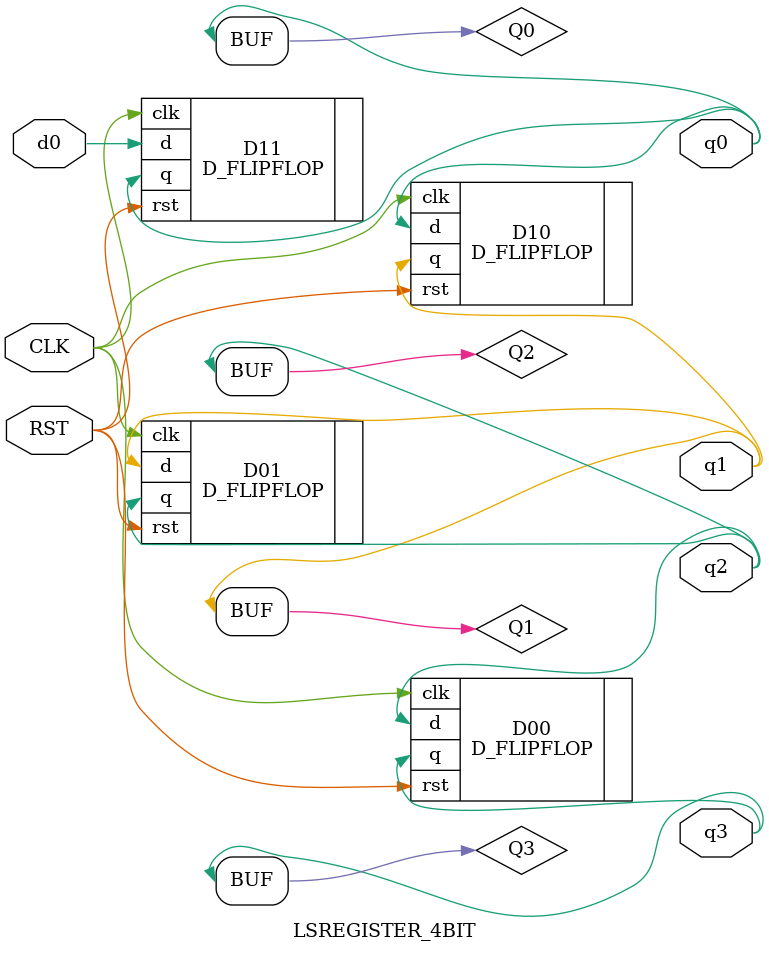
<source format=v>
`timescale 1ns / 1ps
module LSREGISTER_4BIT( input d0,
                        output q0,q1,q2,q3,
                        input CLK,
                        input RST);
                        

    wire Q0,Q1,Q2,Q3;
    D_FLIPFLOP D00(.d(Q2),.q(q3),.rst(RST),.clk(CLK));
    D_FLIPFLOP D01(.d(Q1),.q(q2),.rst(RST),.clk(CLK));
    D_FLIPFLOP D10(.d(Q0),.q(q1),.rst(RST),.clk(CLK));
    D_FLIPFLOP D11(.d(d0),.q(q0),.rst(RST),.clk(CLK));
    assign Q0=q0; 
    assign Q1=q1;
    assign Q2=q2;
    assign Q3=q3;
    endmodule

</source>
